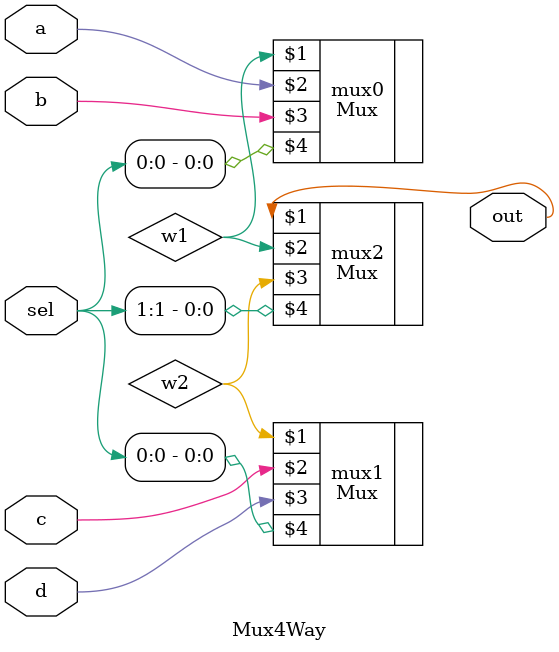
<source format=v>
`ifndef _Mux4Way_
`define _Mux4Way_

`include "Mux.v"

module Mux4Way (out, a, b, c, d, sel);
  input a,b,c,d;
  input [1:0] sel;
  output out;
  wire w1,w2;

  //Descrição
  Mux mux0(w1,a,b,sel[0]);
  Mux mux1(w2,c,d,sel[0]);
  Mux mux2(out, w1, w2, sel[1]);

endmodule
`endif
</source>
